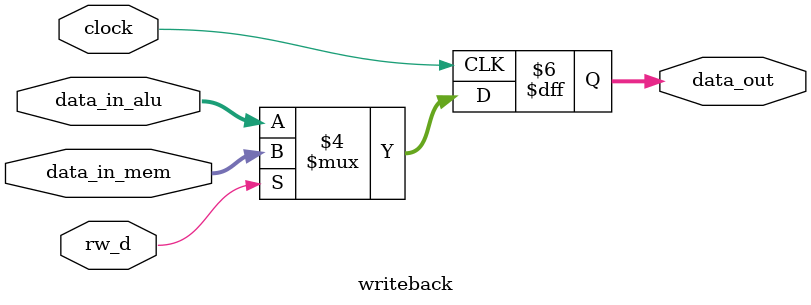
<source format=v>
module writeback(clock, data_in_mem, data_in_alu, rw_d, data_out);

parameter data_width = 32;

// Input Ports
input clock;
input [data_width-1:0] data_in_mem;
input [data_width-1:0] data_in_alu;
input rw_d;	// works opposite to rw for regfile.

// Output Ports
output reg [data_width-1:0] data_out;

always @(posedge clock)
begin

	if (rw_d == 0) begin
		data_out = data_in_alu;
	end
	else begin
		data_out = data_in_mem;
	end
end
endmodule
</source>
